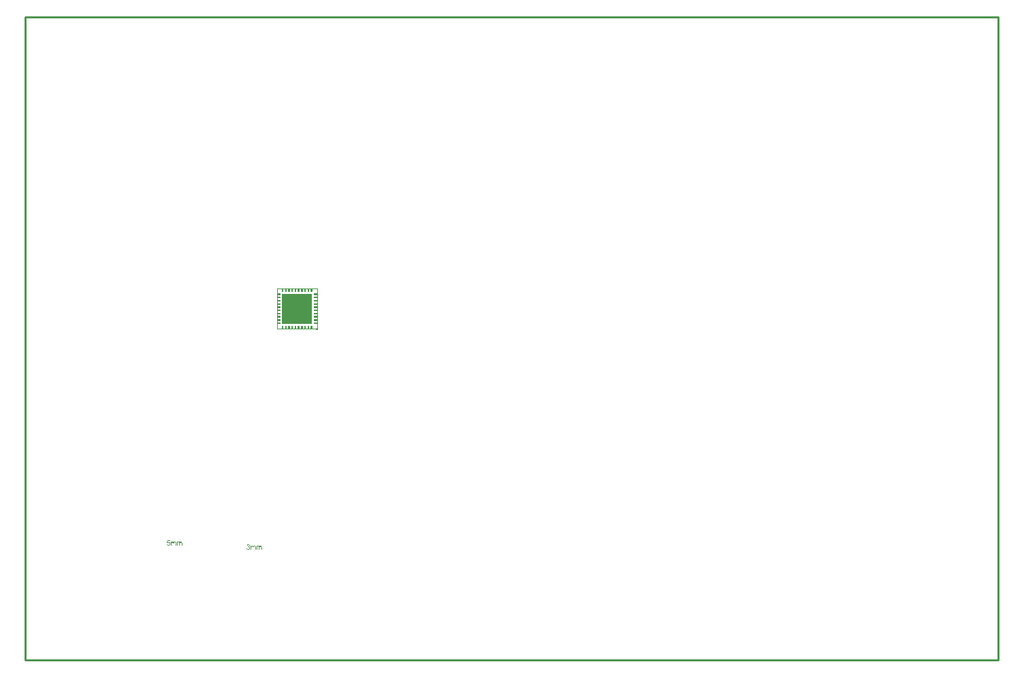
<source format=gko>
G04*
G04 #@! TF.GenerationSoftware,Altium Limited,Altium Designer,20.0.2 (26)*
G04*
G04 Layer_Color=16711935*
%FSLAX25Y25*%
%MOIN*%
G70*
G01*
G75*
%ADD11C,0.01000*%
%ADD20C,0.00200*%
G36*
X140480Y180268D02*
X139693D01*
Y181843D01*
X140480D01*
Y180268D01*
D02*
G37*
G36*
X138906D02*
X138118D01*
Y181843D01*
X138906D01*
Y180268D01*
D02*
G37*
G36*
X137331D02*
X136543D01*
Y181843D01*
X137331D01*
Y180268D01*
D02*
G37*
G36*
X135756D02*
X134968D01*
Y181843D01*
X135756D01*
Y180268D01*
D02*
G37*
G36*
X134181D02*
X133394D01*
Y181843D01*
X134181D01*
Y180268D01*
D02*
G37*
G36*
X132606D02*
X131819D01*
Y181843D01*
X132606D01*
Y180268D01*
D02*
G37*
G36*
X131032D02*
X130244D01*
Y181843D01*
X131032D01*
Y180268D01*
D02*
G37*
G36*
X129457D02*
X128669D01*
Y181843D01*
X129457D01*
Y180268D01*
D02*
G37*
G36*
X127882D02*
X127094D01*
Y181843D01*
X127882D01*
Y180268D01*
D02*
G37*
G36*
X126307D02*
X125520D01*
Y181843D01*
X126307D01*
Y180268D01*
D02*
G37*
G36*
X142842Y178693D02*
X141268D01*
Y179480D01*
X142842D01*
Y178693D01*
D02*
G37*
G36*
X124732D02*
X123158D01*
Y179480D01*
X124732D01*
Y178693D01*
D02*
G37*
G36*
X142842Y177118D02*
X141268D01*
Y177905D01*
X142842D01*
Y177118D01*
D02*
G37*
G36*
X124732D02*
X123158D01*
Y177905D01*
X124732D01*
Y177118D01*
D02*
G37*
G36*
X142842Y175543D02*
X141268D01*
Y176331D01*
X142842D01*
Y175543D01*
D02*
G37*
G36*
X124732D02*
X123158D01*
Y176331D01*
X124732D01*
Y175543D01*
D02*
G37*
G36*
X142842Y173969D02*
X141268D01*
Y174756D01*
X142842D01*
Y173969D01*
D02*
G37*
G36*
X124732D02*
X123158D01*
Y174756D01*
X124732D01*
Y173969D01*
D02*
G37*
G36*
X142842Y172394D02*
X141268D01*
Y173181D01*
X142842D01*
Y172394D01*
D02*
G37*
G36*
X124732D02*
X123158D01*
Y173181D01*
X124732D01*
Y172394D01*
D02*
G37*
G36*
X142842Y170819D02*
X141268D01*
Y171606D01*
X142842D01*
Y170819D01*
D02*
G37*
G36*
X124732D02*
X123158D01*
Y171606D01*
X124732D01*
Y170819D01*
D02*
G37*
G36*
X142842Y169244D02*
X141268D01*
Y170031D01*
X142842D01*
Y169244D01*
D02*
G37*
G36*
X124732D02*
X123158D01*
Y170031D01*
X124732D01*
Y169244D01*
D02*
G37*
G36*
X142842Y167669D02*
X141268D01*
Y168457D01*
X142842D01*
Y167669D01*
D02*
G37*
G36*
X124732D02*
X123158D01*
Y168457D01*
X124732D01*
Y167669D01*
D02*
G37*
G36*
X142842Y166095D02*
X141268D01*
Y166882D01*
X142842D01*
Y166095D01*
D02*
G37*
G36*
X124732D02*
X123158D01*
Y166882D01*
X124732D01*
Y166095D01*
D02*
G37*
G36*
X140284Y164716D02*
X125716D01*
Y179283D01*
X140284D01*
Y164716D01*
D02*
G37*
G36*
X142842Y164520D02*
X141268D01*
Y165307D01*
X142842D01*
Y164520D01*
D02*
G37*
G36*
X124732D02*
X123158D01*
Y165307D01*
X124732D01*
Y164520D01*
D02*
G37*
G36*
X140480Y162157D02*
X139693D01*
Y163732D01*
X140480D01*
Y162157D01*
D02*
G37*
G36*
X138906D02*
X138118D01*
Y163732D01*
X138906D01*
Y162157D01*
D02*
G37*
G36*
X137331D02*
X136543D01*
Y163732D01*
X137331D01*
Y162157D01*
D02*
G37*
G36*
X135756D02*
X134968D01*
Y163732D01*
X135756D01*
Y162157D01*
D02*
G37*
G36*
X134181D02*
X133394D01*
Y163732D01*
X134181D01*
Y162157D01*
D02*
G37*
G36*
X132606D02*
X131819D01*
Y163732D01*
X132606D01*
Y162157D01*
D02*
G37*
G36*
X131032D02*
X130244D01*
Y163732D01*
X131032D01*
Y162157D01*
D02*
G37*
G36*
X129457D02*
X128669D01*
Y163732D01*
X129457D01*
Y162157D01*
D02*
G37*
G36*
X127882D02*
X127094D01*
Y163732D01*
X127882D01*
Y162157D01*
D02*
G37*
G36*
X126307D02*
X125520D01*
Y163732D01*
X126307D01*
Y162157D01*
D02*
G37*
G36*
X143314Y162353D02*
X143314Y161961D01*
X143176Y161823D01*
X143038Y161685D01*
X142646Y161685D01*
X142370Y161961D01*
X142369Y162353D01*
X142508Y162491D01*
X142646Y162629D01*
X143037Y162629D01*
X143314Y162353D01*
D02*
G37*
G36*
X76221Y57864D02*
X76247D01*
X76272Y57860D01*
X76334Y57849D01*
X76400Y57831D01*
X76469Y57802D01*
X76538Y57765D01*
X76596Y57714D01*
X76604Y57707D01*
X76618Y57685D01*
X76644Y57653D01*
X76655Y57627D01*
X76669Y57602D01*
X76684Y57569D01*
X76695Y57536D01*
X76709Y57500D01*
X76720Y57456D01*
X76727Y57412D01*
X76735Y57361D01*
X76742Y57310D01*
Y57252D01*
Y56000D01*
X76433D01*
Y57147D01*
Y57150D01*
Y57154D01*
Y57176D01*
Y57209D01*
X76429Y57249D01*
X76425Y57292D01*
X76422Y57336D01*
X76414Y57380D01*
X76403Y57412D01*
Y57416D01*
X76396Y57427D01*
X76389Y57441D01*
X76378Y57460D01*
X76363Y57481D01*
X76345Y57503D01*
X76323Y57525D01*
X76294Y57547D01*
X76291Y57551D01*
X76280Y57554D01*
X76265Y57562D01*
X76240Y57573D01*
X76214Y57583D01*
X76181Y57591D01*
X76149Y57594D01*
X76109Y57598D01*
X76090D01*
X76076Y57594D01*
X76039Y57591D01*
X75996Y57583D01*
X75945Y57565D01*
X75890Y57543D01*
X75836Y57511D01*
X75785Y57467D01*
X75781Y57460D01*
X75766Y57441D01*
X75745Y57412D01*
X75723Y57369D01*
X75697Y57310D01*
X75679Y57241D01*
X75665Y57157D01*
X75657Y57059D01*
Y56000D01*
X75348D01*
Y57183D01*
Y57187D01*
Y57194D01*
Y57201D01*
Y57216D01*
X75344Y57256D01*
X75337Y57300D01*
X75330Y57350D01*
X75315Y57401D01*
X75297Y57449D01*
X75271Y57492D01*
X75268Y57496D01*
X75257Y57511D01*
X75239Y57525D01*
X75213Y57547D01*
X75180Y57565D01*
X75137Y57583D01*
X75086Y57594D01*
X75024Y57598D01*
X75002D01*
X74976Y57594D01*
X74947Y57591D01*
X74911Y57580D01*
X74867Y57569D01*
X74827Y57551D01*
X74784Y57529D01*
X74780Y57525D01*
X74765Y57514D01*
X74747Y57500D01*
X74722Y57478D01*
X74696Y57449D01*
X74671Y57412D01*
X74645Y57372D01*
X74623Y57325D01*
X74620Y57318D01*
X74616Y57300D01*
X74609Y57270D01*
X74598Y57230D01*
X74587Y57176D01*
X74580Y57110D01*
X74576Y57034D01*
X74572Y56946D01*
Y56000D01*
X74263D01*
Y57827D01*
X74540D01*
Y57565D01*
X74543Y57573D01*
X74554Y57587D01*
X74576Y57613D01*
X74602Y57642D01*
X74634Y57678D01*
X74674Y57714D01*
X74718Y57751D01*
X74769Y57784D01*
X74776Y57787D01*
X74795Y57798D01*
X74824Y57809D01*
X74864Y57827D01*
X74911Y57842D01*
X74966Y57853D01*
X75028Y57864D01*
X75093Y57867D01*
X75126D01*
X75166Y57864D01*
X75209Y57856D01*
X75264Y57845D01*
X75319Y57831D01*
X75373Y57809D01*
X75424Y57780D01*
X75432Y57776D01*
X75446Y57765D01*
X75468Y57747D01*
X75497Y57718D01*
X75526Y57685D01*
X75559Y57645D01*
X75588Y57598D01*
X75610Y57543D01*
X75613Y57547D01*
X75621Y57558D01*
X75632Y57573D01*
X75650Y57594D01*
X75672Y57620D01*
X75697Y57645D01*
X75726Y57674D01*
X75763Y57707D01*
X75803Y57736D01*
X75843Y57765D01*
X75890Y57791D01*
X75941Y57816D01*
X75996Y57838D01*
X76054Y57853D01*
X76112Y57864D01*
X76178Y57867D01*
X76203D01*
X76221Y57864D01*
D02*
G37*
G36*
X73288D02*
X73313D01*
X73339Y57860D01*
X73400Y57849D01*
X73466Y57831D01*
X73535Y57802D01*
X73604Y57765D01*
X73663Y57714D01*
X73670Y57707D01*
X73684Y57685D01*
X73710Y57653D01*
X73721Y57627D01*
X73735Y57602D01*
X73750Y57569D01*
X73761Y57536D01*
X73775Y57500D01*
X73786Y57456D01*
X73794Y57412D01*
X73801Y57361D01*
X73808Y57310D01*
Y57252D01*
Y56000D01*
X73499D01*
Y57147D01*
Y57150D01*
Y57154D01*
Y57176D01*
Y57209D01*
X73495Y57249D01*
X73491Y57292D01*
X73488Y57336D01*
X73480Y57380D01*
X73470Y57412D01*
Y57416D01*
X73462Y57427D01*
X73455Y57441D01*
X73444Y57460D01*
X73430Y57481D01*
X73411Y57503D01*
X73390Y57525D01*
X73360Y57547D01*
X73357Y57551D01*
X73346Y57554D01*
X73331Y57562D01*
X73306Y57573D01*
X73280Y57583D01*
X73247Y57591D01*
X73215Y57594D01*
X73175Y57598D01*
X73156D01*
X73142Y57594D01*
X73106Y57591D01*
X73062Y57583D01*
X73011Y57565D01*
X72956Y57543D01*
X72902Y57511D01*
X72851Y57467D01*
X72847Y57460D01*
X72833Y57441D01*
X72811Y57412D01*
X72789Y57369D01*
X72763Y57310D01*
X72745Y57241D01*
X72731Y57157D01*
X72723Y57059D01*
Y56000D01*
X72414D01*
Y57183D01*
Y57187D01*
Y57194D01*
Y57201D01*
Y57216D01*
X72410Y57256D01*
X72403Y57300D01*
X72396Y57350D01*
X72381Y57401D01*
X72363Y57449D01*
X72338Y57492D01*
X72334Y57496D01*
X72323Y57511D01*
X72305Y57525D01*
X72279Y57547D01*
X72246Y57565D01*
X72203Y57583D01*
X72152Y57594D01*
X72090Y57598D01*
X72068D01*
X72043Y57594D01*
X72014Y57591D01*
X71977Y57580D01*
X71934Y57569D01*
X71893Y57551D01*
X71850Y57529D01*
X71846Y57525D01*
X71832Y57514D01*
X71813Y57500D01*
X71788Y57478D01*
X71762Y57449D01*
X71737Y57412D01*
X71711Y57372D01*
X71690Y57325D01*
X71686Y57318D01*
X71682Y57300D01*
X71675Y57270D01*
X71664Y57230D01*
X71653Y57176D01*
X71646Y57110D01*
X71642Y57034D01*
X71639Y56946D01*
Y56000D01*
X71329D01*
Y57827D01*
X71606D01*
Y57565D01*
X71609Y57573D01*
X71620Y57587D01*
X71642Y57613D01*
X71668Y57642D01*
X71701Y57678D01*
X71741Y57714D01*
X71784Y57751D01*
X71835Y57784D01*
X71842Y57787D01*
X71861Y57798D01*
X71890Y57809D01*
X71930Y57827D01*
X71977Y57842D01*
X72032Y57853D01*
X72094Y57864D01*
X72159Y57867D01*
X72192D01*
X72232Y57864D01*
X72276Y57856D01*
X72330Y57845D01*
X72385Y57831D01*
X72439Y57809D01*
X72490Y57780D01*
X72498Y57776D01*
X72512Y57765D01*
X72534Y57747D01*
X72563Y57718D01*
X72592Y57685D01*
X72625Y57645D01*
X72654Y57598D01*
X72676Y57543D01*
X72680Y57547D01*
X72687Y57558D01*
X72698Y57573D01*
X72716Y57594D01*
X72738Y57620D01*
X72763Y57645D01*
X72793Y57674D01*
X72829Y57707D01*
X72869Y57736D01*
X72909Y57765D01*
X72956Y57791D01*
X73007Y57816D01*
X73062Y57838D01*
X73120Y57853D01*
X73178Y57864D01*
X73244Y57867D01*
X73269D01*
X73288Y57864D01*
D02*
G37*
G36*
X70838Y58191D02*
X69830D01*
X69695Y57511D01*
X69699Y57514D01*
X69706Y57518D01*
X69717Y57525D01*
X69735Y57536D01*
X69757Y57547D01*
X69782Y57562D01*
X69841Y57591D01*
X69913Y57620D01*
X69993Y57645D01*
X70081Y57664D01*
X70124Y57671D01*
X70205D01*
X70226Y57667D01*
X70255Y57664D01*
X70288Y57660D01*
X70325Y57653D01*
X70365Y57642D01*
X70452Y57616D01*
X70499Y57598D01*
X70547Y57573D01*
X70594Y57547D01*
X70641Y57518D01*
X70685Y57481D01*
X70729Y57441D01*
X70732Y57438D01*
X70740Y57430D01*
X70750Y57420D01*
X70765Y57401D01*
X70783Y57376D01*
X70801Y57350D01*
X70823Y57318D01*
X70845Y57281D01*
X70863Y57241D01*
X70885Y57198D01*
X70903Y57147D01*
X70922Y57096D01*
X70936Y57041D01*
X70947Y56979D01*
X70954Y56917D01*
X70958Y56852D01*
Y56848D01*
Y56837D01*
Y56819D01*
X70954Y56793D01*
X70951Y56764D01*
X70947Y56732D01*
X70940Y56692D01*
X70933Y56652D01*
X70911Y56557D01*
X70874Y56459D01*
X70852Y56408D01*
X70823Y56360D01*
X70794Y56309D01*
X70758Y56262D01*
X70754Y56258D01*
X70747Y56248D01*
X70732Y56233D01*
X70714Y56215D01*
X70689Y56193D01*
X70660Y56164D01*
X70623Y56138D01*
X70583Y56109D01*
X70539Y56080D01*
X70488Y56055D01*
X70434Y56029D01*
X70376Y56004D01*
X70314Y55985D01*
X70244Y55971D01*
X70172Y55960D01*
X70095Y55956D01*
X70063D01*
X70037Y55960D01*
X70008Y55964D01*
X69975Y55967D01*
X69935Y55971D01*
X69895Y55982D01*
X69804Y56004D01*
X69713Y56036D01*
X69666Y56058D01*
X69618Y56084D01*
X69575Y56113D01*
X69531Y56146D01*
X69527Y56149D01*
X69520Y56153D01*
X69513Y56167D01*
X69498Y56182D01*
X69480Y56200D01*
X69462Y56222D01*
X69440Y56251D01*
X69422Y56284D01*
X69400Y56317D01*
X69378Y56357D01*
X69338Y56444D01*
X69305Y56546D01*
X69295Y56601D01*
X69287Y56659D01*
X69611Y56684D01*
Y56681D01*
Y56673D01*
X69615Y56662D01*
X69618Y56644D01*
X69629Y56604D01*
X69644Y56550D01*
X69666Y56495D01*
X69695Y56433D01*
X69731Y56379D01*
X69775Y56328D01*
X69782Y56324D01*
X69797Y56309D01*
X69826Y56291D01*
X69866Y56269D01*
X69910Y56248D01*
X69964Y56229D01*
X70026Y56215D01*
X70095Y56211D01*
X70117D01*
X70132Y56215D01*
X70175Y56218D01*
X70226Y56233D01*
X70288Y56251D01*
X70350Y56280D01*
X70416Y56324D01*
X70445Y56349D01*
X70474Y56379D01*
X70477Y56382D01*
X70481Y56386D01*
X70488Y56397D01*
X70499Y56408D01*
X70525Y56448D01*
X70554Y56499D01*
X70579Y56561D01*
X70605Y56637D01*
X70623Y56728D01*
X70630Y56775D01*
Y56826D01*
Y56830D01*
Y56837D01*
Y56852D01*
X70627Y56870D01*
Y56892D01*
X70623Y56917D01*
X70612Y56976D01*
X70594Y57045D01*
X70569Y57114D01*
X70532Y57179D01*
X70481Y57241D01*
Y57245D01*
X70474Y57249D01*
X70456Y57267D01*
X70423Y57292D01*
X70379Y57321D01*
X70321Y57347D01*
X70255Y57372D01*
X70179Y57390D01*
X70135Y57398D01*
X70066D01*
X70037Y57394D01*
X70001Y57390D01*
X69957Y57380D01*
X69913Y57369D01*
X69866Y57350D01*
X69819Y57329D01*
X69815Y57325D01*
X69800Y57318D01*
X69779Y57300D01*
X69749Y57281D01*
X69720Y57256D01*
X69691Y57223D01*
X69658Y57190D01*
X69633Y57150D01*
X69342Y57190D01*
X69586Y58486D01*
X70838D01*
Y58191D01*
D02*
G37*
G36*
X115218Y55864D02*
X115243D01*
X115269Y55860D01*
X115331Y55849D01*
X115396Y55831D01*
X115465Y55802D01*
X115534Y55765D01*
X115593Y55714D01*
X115600Y55707D01*
X115614Y55685D01*
X115640Y55653D01*
X115651Y55627D01*
X115665Y55602D01*
X115680Y55569D01*
X115691Y55536D01*
X115706Y55500D01*
X115716Y55456D01*
X115724Y55412D01*
X115731Y55361D01*
X115738Y55310D01*
Y55252D01*
Y54000D01*
X115429D01*
Y55147D01*
Y55150D01*
Y55154D01*
Y55176D01*
Y55208D01*
X115425Y55248D01*
X115422Y55292D01*
X115418Y55336D01*
X115411Y55380D01*
X115400Y55412D01*
Y55416D01*
X115392Y55427D01*
X115385Y55441D01*
X115374Y55460D01*
X115360Y55481D01*
X115341Y55503D01*
X115320Y55525D01*
X115291Y55547D01*
X115287Y55551D01*
X115276Y55554D01*
X115261Y55562D01*
X115236Y55572D01*
X115210Y55583D01*
X115178Y55591D01*
X115145Y55594D01*
X115105Y55598D01*
X115087D01*
X115072Y55594D01*
X115036Y55591D01*
X114992Y55583D01*
X114941Y55565D01*
X114886Y55543D01*
X114832Y55511D01*
X114781Y55467D01*
X114777Y55460D01*
X114763Y55441D01*
X114741Y55412D01*
X114719Y55369D01*
X114694Y55310D01*
X114675Y55241D01*
X114661Y55158D01*
X114654Y55059D01*
Y54000D01*
X114344D01*
Y55183D01*
Y55187D01*
Y55194D01*
Y55201D01*
Y55216D01*
X114340Y55256D01*
X114333Y55300D01*
X114326Y55350D01*
X114311Y55401D01*
X114293Y55449D01*
X114268Y55492D01*
X114264Y55496D01*
X114253Y55511D01*
X114235Y55525D01*
X114209Y55547D01*
X114177Y55565D01*
X114133Y55583D01*
X114082Y55594D01*
X114020Y55598D01*
X113998D01*
X113973Y55594D01*
X113944Y55591D01*
X113907Y55580D01*
X113864Y55569D01*
X113824Y55551D01*
X113780Y55529D01*
X113776Y55525D01*
X113762Y55514D01*
X113744Y55500D01*
X113718Y55478D01*
X113693Y55449D01*
X113667Y55412D01*
X113642Y55372D01*
X113620Y55325D01*
X113616Y55318D01*
X113612Y55300D01*
X113605Y55270D01*
X113594Y55230D01*
X113583Y55176D01*
X113576Y55110D01*
X113573Y55034D01*
X113569Y54946D01*
Y54000D01*
X113259D01*
Y55827D01*
X113536D01*
Y55565D01*
X113540Y55572D01*
X113551Y55587D01*
X113573Y55612D01*
X113598Y55642D01*
X113631Y55678D01*
X113671Y55714D01*
X113714Y55751D01*
X113765Y55784D01*
X113773Y55787D01*
X113791Y55798D01*
X113820Y55809D01*
X113860Y55827D01*
X113907Y55842D01*
X113962Y55853D01*
X114024Y55864D01*
X114089Y55867D01*
X114122D01*
X114162Y55864D01*
X114206Y55856D01*
X114260Y55845D01*
X114315Y55831D01*
X114370Y55809D01*
X114421Y55780D01*
X114428Y55776D01*
X114442Y55765D01*
X114464Y55747D01*
X114493Y55718D01*
X114523Y55685D01*
X114555Y55645D01*
X114584Y55598D01*
X114606Y55543D01*
X114610Y55547D01*
X114617Y55558D01*
X114628Y55572D01*
X114646Y55594D01*
X114668Y55620D01*
X114694Y55645D01*
X114723Y55674D01*
X114759Y55707D01*
X114799Y55736D01*
X114839Y55765D01*
X114886Y55791D01*
X114937Y55816D01*
X114992Y55838D01*
X115050Y55853D01*
X115109Y55864D01*
X115174Y55867D01*
X115200D01*
X115218Y55864D01*
D02*
G37*
G36*
X112284D02*
X112309D01*
X112335Y55860D01*
X112397Y55849D01*
X112462Y55831D01*
X112531Y55802D01*
X112601Y55765D01*
X112659Y55714D01*
X112666Y55707D01*
X112681Y55685D01*
X112706Y55653D01*
X112717Y55627D01*
X112732Y55602D01*
X112746Y55569D01*
X112757Y55536D01*
X112772Y55500D01*
X112783Y55456D01*
X112790Y55412D01*
X112797Y55361D01*
X112804Y55310D01*
Y55252D01*
Y54000D01*
X112495D01*
Y55147D01*
Y55150D01*
Y55154D01*
Y55176D01*
Y55208D01*
X112491Y55248D01*
X112488Y55292D01*
X112484Y55336D01*
X112477Y55380D01*
X112466Y55412D01*
Y55416D01*
X112459Y55427D01*
X112451Y55441D01*
X112440Y55460D01*
X112426Y55481D01*
X112408Y55503D01*
X112386Y55525D01*
X112357Y55547D01*
X112353Y55551D01*
X112342Y55554D01*
X112328Y55562D01*
X112302Y55572D01*
X112277Y55583D01*
X112244Y55591D01*
X112211Y55594D01*
X112171Y55598D01*
X112153D01*
X112138Y55594D01*
X112102Y55591D01*
X112058Y55583D01*
X112007Y55565D01*
X111953Y55543D01*
X111898Y55511D01*
X111847Y55467D01*
X111844Y55460D01*
X111829Y55441D01*
X111807Y55412D01*
X111785Y55369D01*
X111760Y55310D01*
X111742Y55241D01*
X111727Y55158D01*
X111720Y55059D01*
Y54000D01*
X111410D01*
Y55183D01*
Y55187D01*
Y55194D01*
Y55201D01*
Y55216D01*
X111407Y55256D01*
X111399Y55300D01*
X111392Y55350D01*
X111378Y55401D01*
X111359Y55449D01*
X111334Y55492D01*
X111330Y55496D01*
X111319Y55511D01*
X111301Y55525D01*
X111276Y55547D01*
X111243Y55565D01*
X111199Y55583D01*
X111148Y55594D01*
X111086Y55598D01*
X111065D01*
X111039Y55594D01*
X111010Y55591D01*
X110974Y55580D01*
X110930Y55569D01*
X110890Y55551D01*
X110846Y55529D01*
X110843Y55525D01*
X110828Y55514D01*
X110810Y55500D01*
X110784Y55478D01*
X110759Y55449D01*
X110733Y55412D01*
X110708Y55372D01*
X110686Y55325D01*
X110682Y55318D01*
X110679Y55300D01*
X110671Y55270D01*
X110661Y55230D01*
X110650Y55176D01*
X110642Y55110D01*
X110639Y55034D01*
X110635Y54946D01*
Y54000D01*
X110326D01*
Y55827D01*
X110602D01*
Y55565D01*
X110606Y55572D01*
X110617Y55587D01*
X110639Y55612D01*
X110664Y55642D01*
X110697Y55678D01*
X110737Y55714D01*
X110781Y55751D01*
X110832Y55784D01*
X110839Y55787D01*
X110857Y55798D01*
X110886Y55809D01*
X110926Y55827D01*
X110974Y55842D01*
X111028Y55853D01*
X111090Y55864D01*
X111155Y55867D01*
X111188D01*
X111228Y55864D01*
X111272Y55856D01*
X111327Y55845D01*
X111381Y55831D01*
X111436Y55809D01*
X111487Y55780D01*
X111494Y55776D01*
X111509Y55765D01*
X111530Y55747D01*
X111560Y55718D01*
X111589Y55685D01*
X111621Y55645D01*
X111651Y55598D01*
X111672Y55543D01*
X111676Y55547D01*
X111683Y55558D01*
X111694Y55572D01*
X111712Y55594D01*
X111734Y55620D01*
X111760Y55645D01*
X111789Y55674D01*
X111825Y55707D01*
X111865Y55736D01*
X111905Y55765D01*
X111953Y55791D01*
X112004Y55816D01*
X112058Y55838D01*
X112117Y55853D01*
X112175Y55864D01*
X112240Y55867D01*
X112266D01*
X112284Y55864D01*
D02*
G37*
G36*
X109150Y56526D02*
X109197Y56519D01*
X109255Y56508D01*
X109321Y56490D01*
X109387Y56468D01*
X109452Y56439D01*
X109456D01*
X109459Y56435D01*
X109481Y56424D01*
X109514Y56402D01*
X109550Y56377D01*
X109594Y56340D01*
X109638Y56300D01*
X109681Y56253D01*
X109718Y56199D01*
X109721Y56191D01*
X109732Y56173D01*
X109747Y56140D01*
X109765Y56100D01*
X109783Y56053D01*
X109798Y55998D01*
X109809Y55936D01*
X109812Y55875D01*
Y55867D01*
Y55845D01*
X109809Y55816D01*
X109801Y55776D01*
X109791Y55729D01*
X109772Y55678D01*
X109750Y55627D01*
X109721Y55576D01*
X109718Y55569D01*
X109707Y55554D01*
X109685Y55529D01*
X109656Y55500D01*
X109619Y55467D01*
X109576Y55431D01*
X109525Y55398D01*
X109463Y55365D01*
X109467D01*
X109474Y55361D01*
X109485Y55358D01*
X109499Y55354D01*
X109539Y55339D01*
X109590Y55318D01*
X109649Y55289D01*
X109707Y55252D01*
X109761Y55205D01*
X109812Y55150D01*
X109816Y55143D01*
X109831Y55121D01*
X109852Y55085D01*
X109874Y55037D01*
X109896Y54979D01*
X109918Y54910D01*
X109932Y54830D01*
X109936Y54743D01*
Y54739D01*
Y54728D01*
Y54710D01*
X109932Y54688D01*
X109929Y54659D01*
X109922Y54626D01*
X109914Y54590D01*
X109907Y54550D01*
X109878Y54462D01*
X109856Y54415D01*
X109834Y54371D01*
X109805Y54324D01*
X109772Y54277D01*
X109736Y54229D01*
X109692Y54186D01*
X109689Y54182D01*
X109681Y54175D01*
X109667Y54164D01*
X109649Y54149D01*
X109627Y54131D01*
X109598Y54113D01*
X109565Y54091D01*
X109525Y54073D01*
X109485Y54051D01*
X109437Y54029D01*
X109390Y54011D01*
X109335Y53993D01*
X109277Y53978D01*
X109215Y53967D01*
X109153Y53960D01*
X109084Y53956D01*
X109052D01*
X109030Y53960D01*
X109001Y53964D01*
X108968Y53967D01*
X108932Y53974D01*
X108891Y53982D01*
X108804Y54004D01*
X108713Y54040D01*
X108666Y54062D01*
X108622Y54087D01*
X108578Y54120D01*
X108535Y54153D01*
X108531Y54157D01*
X108524Y54164D01*
X108513Y54175D01*
X108502Y54189D01*
X108484Y54207D01*
X108466Y54233D01*
X108444Y54258D01*
X108422Y54291D01*
X108400Y54328D01*
X108378Y54364D01*
X108338Y54451D01*
X108305Y54553D01*
X108294Y54608D01*
X108287Y54666D01*
X108597Y54706D01*
Y54703D01*
X108600Y54695D01*
X108604Y54681D01*
X108607Y54663D01*
X108611Y54641D01*
X108618Y54615D01*
X108637Y54561D01*
X108662Y54495D01*
X108695Y54433D01*
X108731Y54375D01*
X108775Y54324D01*
X108782Y54320D01*
X108797Y54306D01*
X108826Y54288D01*
X108862Y54269D01*
X108906Y54247D01*
X108961Y54229D01*
X109022Y54215D01*
X109088Y54211D01*
X109110D01*
X109124Y54215D01*
X109164Y54218D01*
X109215Y54229D01*
X109274Y54247D01*
X109335Y54273D01*
X109397Y54309D01*
X109456Y54360D01*
X109463Y54368D01*
X109481Y54390D01*
X109503Y54422D01*
X109532Y54466D01*
X109561Y54520D01*
X109583Y54582D01*
X109601Y54655D01*
X109608Y54735D01*
Y54739D01*
Y54746D01*
Y54757D01*
X109605Y54772D01*
X109601Y54812D01*
X109590Y54859D01*
X109576Y54917D01*
X109550Y54975D01*
X109514Y55034D01*
X109467Y55088D01*
X109459Y55096D01*
X109441Y55110D01*
X109412Y55132D01*
X109372Y55158D01*
X109321Y55183D01*
X109259Y55205D01*
X109190Y55219D01*
X109114Y55227D01*
X109081D01*
X109055Y55223D01*
X109022Y55219D01*
X108986Y55212D01*
X108942Y55205D01*
X108895Y55194D01*
X108932Y55467D01*
X108950D01*
X108964Y55463D01*
X109012D01*
X109052Y55471D01*
X109099Y55478D01*
X109153Y55489D01*
X109215Y55507D01*
X109274Y55532D01*
X109335Y55565D01*
X109339D01*
X109343Y55569D01*
X109361Y55583D01*
X109387Y55609D01*
X109416Y55642D01*
X109445Y55689D01*
X109470Y55744D01*
X109488Y55805D01*
X109496Y55842D01*
Y55882D01*
Y55885D01*
Y55889D01*
Y55911D01*
X109488Y55940D01*
X109481Y55980D01*
X109467Y56024D01*
X109448Y56071D01*
X109419Y56119D01*
X109379Y56162D01*
X109376Y56166D01*
X109357Y56180D01*
X109332Y56199D01*
X109299Y56220D01*
X109255Y56239D01*
X109204Y56257D01*
X109146Y56271D01*
X109081Y56275D01*
X109052D01*
X109019Y56268D01*
X108975Y56260D01*
X108928Y56246D01*
X108880Y56228D01*
X108830Y56199D01*
X108782Y56162D01*
X108779Y56159D01*
X108764Y56140D01*
X108742Y56115D01*
X108717Y56078D01*
X108691Y56031D01*
X108666Y55973D01*
X108644Y55904D01*
X108629Y55824D01*
X108320Y55878D01*
Y55882D01*
X108324Y55893D01*
X108327Y55907D01*
X108331Y55929D01*
X108338Y55955D01*
X108349Y55984D01*
X108371Y56053D01*
X108407Y56133D01*
X108451Y56213D01*
X108506Y56290D01*
X108575Y56359D01*
X108578Y56362D01*
X108586Y56366D01*
X108597Y56373D01*
X108611Y56384D01*
X108629Y56399D01*
X108655Y56413D01*
X108680Y56428D01*
X108713Y56446D01*
X108786Y56475D01*
X108870Y56504D01*
X108968Y56523D01*
X109019Y56530D01*
X109110D01*
X109150Y56526D01*
D02*
G37*
D11*
X0Y314961D02*
X476378D01*
Y0D02*
Y314961D01*
X0Y0D02*
X476378D01*
X0D02*
Y314961D01*
D20*
X142842Y162157D02*
Y181843D01*
X123158D02*
X142842D01*
X123158Y162157D02*
Y181843D01*
Y162157D02*
X142842D01*
M02*

</source>
